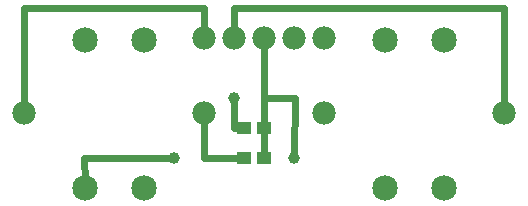
<source format=gtl>
G04 MADE WITH FRITZING*
G04 WWW.FRITZING.ORG*
G04 DOUBLE SIDED*
G04 HOLES PLATED*
G04 CONTOUR ON CENTER OF CONTOUR VECTOR*
%ASAXBY*%
%FSLAX23Y23*%
%MOIN*%
%OFA0B0*%
%SFA1.0B1.0*%
%ADD10C,0.039370*%
%ADD11C,0.085000*%
%ADD12C,0.078000*%
%ADD13R,0.047244X0.043307*%
%ADD14C,0.024000*%
%LNCOPPER1*%
G90*
G70*
G54D10*
X573Y203D03*
X973Y203D03*
G54D11*
X1473Y596D03*
X1276Y596D03*
X1276Y103D03*
X1473Y103D03*
X1473Y596D03*
X1276Y596D03*
X1276Y103D03*
X1473Y103D03*
X473Y596D03*
X276Y596D03*
X276Y103D03*
X473Y103D03*
X473Y596D03*
X276Y596D03*
X276Y103D03*
X473Y103D03*
G54D10*
X773Y403D03*
G54D12*
X673Y603D03*
X773Y603D03*
X873Y603D03*
X973Y603D03*
X1073Y603D03*
X673Y353D03*
X73Y353D03*
X1073Y353D03*
X1673Y353D03*
G54D13*
X806Y203D03*
X873Y203D03*
X806Y303D03*
X873Y303D03*
G54D14*
X973Y211D02*
X974Y403D01*
D02*
X873Y403D02*
X873Y584D01*
D02*
X974Y403D02*
X873Y403D01*
D02*
X673Y203D02*
X673Y334D01*
D02*
X1673Y703D02*
X923Y703D01*
D02*
X772Y703D02*
X773Y622D01*
D02*
X923Y703D02*
X772Y703D01*
D02*
X673Y703D02*
X673Y622D01*
D02*
X73Y703D02*
X673Y703D01*
D02*
X788Y203D02*
X673Y203D01*
D02*
X1673Y372D02*
X1673Y703D01*
D02*
X73Y372D02*
X73Y703D01*
D02*
X273Y203D02*
X275Y127D01*
D02*
X565Y203D02*
X273Y203D01*
D02*
X873Y220D02*
X873Y287D01*
D02*
X773Y396D02*
X772Y304D01*
D02*
X772Y304D02*
X788Y304D01*
D02*
X873Y320D02*
X873Y584D01*
G04 End of Copper1*
M02*
</source>
